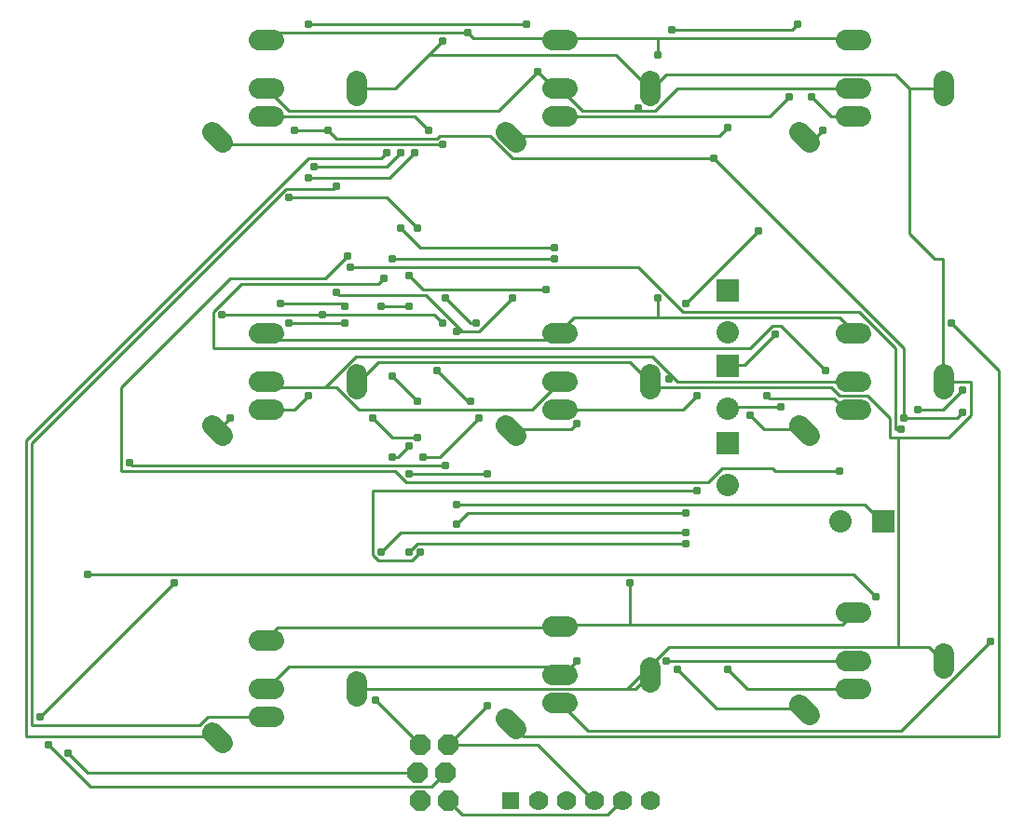
<source format=gbl>
G75*
%MOIN*%
%OFA0B0*%
%FSLAX24Y24*%
%IPPOS*%
%LPD*%
%AMOC8*
5,1,8,0,0,1.08239X$1,22.5*
%
%ADD10R,0.0800X0.0800*%
%ADD11C,0.0800*%
%ADD12R,0.0594X0.0594*%
%ADD13C,0.0700*%
%ADD14OC8,0.0740*%
%ADD15C,0.0720*%
%ADD16C,0.0100*%
%ADD17C,0.0310*%
D10*
X029600Y014127D03*
X029600Y016882D03*
X029600Y019595D03*
X035170Y011312D03*
D11*
X033652Y011312D03*
X029600Y012609D03*
X029600Y015364D03*
X029600Y018077D03*
D12*
X021850Y001312D03*
D13*
X022850Y001312D03*
X023850Y001312D03*
X024850Y001312D03*
X025850Y001312D03*
X026850Y001312D03*
D14*
X019600Y001312D03*
X018600Y001312D03*
X018500Y002312D03*
X019500Y002312D03*
X019600Y003312D03*
X018600Y003312D03*
D15*
X016350Y005047D02*
X016350Y005577D01*
X013365Y005312D02*
X012835Y005312D01*
X012835Y004312D02*
X013365Y004312D01*
X011537Y003375D02*
X011163Y003749D01*
X012835Y007062D02*
X013365Y007062D01*
X021663Y004249D02*
X022037Y003875D01*
X023335Y004812D02*
X023865Y004812D01*
X023865Y005812D02*
X023335Y005812D01*
X023335Y007562D02*
X023865Y007562D01*
X026850Y006077D02*
X026850Y005547D01*
X032163Y004749D02*
X032537Y004375D01*
X033835Y005312D02*
X034365Y005312D01*
X034365Y006312D02*
X033835Y006312D01*
X033835Y008062D02*
X034365Y008062D01*
X037350Y006577D02*
X037350Y006047D01*
X032537Y014375D02*
X032163Y014749D01*
X033835Y015312D02*
X034365Y015312D01*
X034365Y016312D02*
X033835Y016312D01*
X033835Y018062D02*
X034365Y018062D01*
X037350Y016577D02*
X037350Y016047D01*
X026850Y016047D02*
X026850Y016577D01*
X023865Y016312D02*
X023335Y016312D01*
X023335Y015312D02*
X023865Y015312D01*
X022037Y014375D02*
X021663Y014749D01*
X023335Y018062D02*
X023865Y018062D01*
X016350Y016577D02*
X016350Y016047D01*
X013365Y016312D02*
X012835Y016312D01*
X012835Y015312D02*
X013365Y015312D01*
X011537Y014375D02*
X011163Y014749D01*
X012835Y018062D02*
X013365Y018062D01*
X011537Y024875D02*
X011163Y025249D01*
X012835Y025812D02*
X013365Y025812D01*
X013365Y026812D02*
X012835Y026812D01*
X012835Y028562D02*
X013365Y028562D01*
X016350Y027077D02*
X016350Y026547D01*
X021663Y025249D02*
X022037Y024875D01*
X023335Y025812D02*
X023865Y025812D01*
X023865Y026812D02*
X023335Y026812D01*
X023335Y028562D02*
X023865Y028562D01*
X026850Y027077D02*
X026850Y026547D01*
X032163Y025249D02*
X032537Y024875D01*
X033835Y025812D02*
X034365Y025812D01*
X034365Y026812D02*
X033835Y026812D01*
X033835Y028562D02*
X034365Y028562D01*
X037350Y027077D02*
X037350Y026547D01*
D16*
X011300Y003612D02*
X004500Y003612D01*
X004500Y014212D01*
X014600Y024312D01*
X017200Y024312D01*
X017400Y024512D01*
X017400Y024012D02*
X014800Y024012D01*
X014600Y023612D02*
X017500Y023612D01*
X018400Y024512D01*
X017900Y024512D02*
X017400Y024012D01*
X017400Y022912D02*
X013900Y022912D01*
X013800Y023212D02*
X004700Y014112D01*
X004700Y004012D01*
X010700Y004012D01*
X011000Y004312D01*
X013100Y004312D01*
X013100Y005312D02*
X013900Y006112D01*
X023300Y006112D01*
X023600Y005812D01*
X023700Y005812D01*
X024200Y006312D01*
X023600Y007512D02*
X023600Y007562D01*
X023600Y007612D01*
X026100Y007612D01*
X026100Y009112D01*
X026100Y007612D02*
X033700Y007612D01*
X034100Y008012D01*
X034100Y008062D01*
X034900Y008612D02*
X034100Y009412D01*
X006700Y009412D01*
X009800Y009112D02*
X005000Y004312D01*
X005300Y003312D02*
X006800Y001812D01*
X019000Y001812D01*
X019500Y002312D01*
X018500Y002312D02*
X006700Y002312D01*
X006000Y003012D01*
X011300Y003612D02*
X011350Y003562D01*
X013100Y007062D02*
X013100Y007112D01*
X013500Y007512D01*
X023600Y007512D01*
X026000Y005312D02*
X027500Y006812D01*
X035700Y006812D01*
X035700Y014312D01*
X035400Y014312D01*
X035400Y015012D01*
X034600Y015812D01*
X033600Y015812D01*
X033300Y016112D01*
X027100Y016112D01*
X026900Y016312D01*
X026850Y016312D01*
X026800Y016312D01*
X026100Y017012D01*
X017100Y017012D01*
X016400Y016312D01*
X016350Y016312D01*
X015600Y016112D02*
X016400Y015312D01*
X022600Y015312D01*
X023600Y016312D01*
X023600Y015312D02*
X028000Y015312D01*
X028500Y015812D01*
X027800Y016312D02*
X027600Y016512D01*
X027500Y016412D01*
X027600Y016512D02*
X026900Y017212D01*
X016300Y017212D01*
X015200Y016112D01*
X013300Y016112D01*
X013100Y016312D01*
X013100Y015312D02*
X014100Y015312D01*
X014600Y015812D01*
X015200Y016112D02*
X015600Y016112D01*
X016900Y015012D02*
X017600Y014312D01*
X018500Y014312D01*
X018200Y014012D02*
X017800Y013612D01*
X017600Y013612D01*
X017700Y013112D02*
X018100Y012712D01*
X028900Y012712D01*
X029400Y013212D01*
X031200Y013212D01*
X031300Y013112D01*
X033600Y013112D01*
X034500Y011912D02*
X019900Y011912D01*
X020300Y011612D02*
X028100Y011612D01*
X028100Y010912D02*
X017900Y010912D01*
X017200Y010212D01*
X016900Y010112D02*
X017100Y009912D01*
X018300Y009912D01*
X018600Y010212D01*
X018500Y010512D02*
X028100Y010512D01*
X028500Y012412D02*
X016900Y012412D01*
X016900Y010112D01*
X018200Y010212D02*
X018500Y010512D01*
X019900Y011212D02*
X020300Y011612D01*
X021000Y013012D02*
X018200Y013012D01*
X017700Y013112D02*
X007900Y013112D01*
X007900Y016112D01*
X011800Y020012D01*
X015200Y020012D01*
X016000Y020812D01*
X016100Y020412D02*
X026400Y020412D01*
X028000Y018812D01*
X034300Y018812D01*
X035600Y017512D01*
X035600Y014612D01*
X035800Y014612D01*
X035700Y014312D02*
X037500Y014312D01*
X038300Y015112D01*
X038300Y016312D01*
X037350Y016312D01*
X037300Y016312D01*
X037300Y020712D01*
X037000Y020712D01*
X036100Y021612D01*
X036100Y026812D01*
X035600Y027312D01*
X027400Y027312D01*
X026900Y026812D01*
X026850Y026812D01*
X026800Y026812D01*
X025600Y028012D01*
X018900Y028012D01*
X019400Y028512D01*
X018900Y028012D02*
X017700Y026812D01*
X016350Y026812D01*
X015300Y025312D02*
X015600Y025012D01*
X019200Y025012D01*
X019300Y025112D01*
X021100Y025112D01*
X021900Y024312D01*
X029100Y024312D01*
X035900Y017512D01*
X035900Y015012D01*
X037800Y015012D01*
X038000Y015212D01*
X037300Y015312D02*
X036400Y015312D01*
X037300Y015312D02*
X038000Y016012D01*
X039300Y016712D02*
X039300Y003612D01*
X022300Y003612D01*
X021850Y004062D01*
X021000Y004712D02*
X019600Y003312D01*
X022800Y003312D01*
X024800Y001312D01*
X024850Y001312D01*
X025300Y000812D02*
X025800Y001312D01*
X025850Y001312D01*
X025300Y000812D02*
X020100Y000812D01*
X019600Y001312D01*
X018600Y003312D02*
X017000Y004912D01*
X016350Y005312D02*
X026000Y005312D01*
X026300Y005312D01*
X026800Y005812D01*
X026850Y005812D01*
X027400Y006312D02*
X034100Y006312D01*
X034100Y005312D02*
X030300Y005312D01*
X029600Y006012D01*
X029200Y004612D02*
X032300Y004612D01*
X032350Y004562D01*
X029200Y004612D02*
X027800Y006012D01*
X024600Y003812D02*
X023600Y004812D01*
X024600Y003812D02*
X035800Y003812D01*
X039000Y007012D01*
X037350Y006312D02*
X037300Y006312D01*
X036800Y006812D01*
X035700Y006812D01*
X035170Y011312D02*
X035100Y011312D01*
X034500Y011912D01*
X032350Y014562D02*
X032300Y014612D01*
X030900Y014612D01*
X030400Y015112D01*
X029600Y015364D02*
X029600Y015412D01*
X031500Y015412D01*
X031100Y015712D02*
X033400Y015712D01*
X033800Y015312D01*
X034100Y015312D01*
X034100Y016312D02*
X027800Y016312D01*
X029600Y016882D02*
X029600Y016912D01*
X030200Y016912D01*
X031300Y018012D01*
X031200Y018312D02*
X031500Y018312D01*
X033100Y016712D01*
X034100Y018062D02*
X034100Y018112D01*
X033600Y018612D01*
X027100Y018612D01*
X027100Y019312D01*
X027100Y018612D02*
X024100Y018612D01*
X023600Y018112D01*
X023600Y018062D01*
X023600Y018012D01*
X023400Y017812D01*
X013300Y017812D01*
X013100Y018012D01*
X013100Y018062D01*
X013900Y018412D02*
X015900Y018412D01*
X015900Y019012D02*
X015800Y019112D01*
X013600Y019112D01*
X015100Y018712D02*
X019100Y018712D01*
X019400Y018412D01*
X019900Y018112D02*
X020100Y018112D01*
X018800Y019412D01*
X015700Y019412D01*
X015600Y019512D01*
X015100Y018712D02*
X011500Y018712D01*
X011200Y018812D02*
X011200Y017512D01*
X030400Y017512D01*
X031200Y018312D01*
X028100Y019112D02*
X030700Y021712D01*
X029300Y025112D02*
X021900Y025112D01*
X021850Y025062D01*
X021400Y026012D02*
X022800Y027412D01*
X023400Y026812D01*
X023600Y026812D01*
X024400Y026012D01*
X026400Y026012D01*
X026400Y026112D01*
X026400Y026012D02*
X027000Y026012D01*
X027800Y026812D01*
X034100Y026812D01*
X034100Y025812D02*
X033300Y025812D01*
X032600Y026512D01*
X031800Y026512D02*
X031100Y025812D01*
X023600Y025812D01*
X021400Y026012D02*
X013900Y026012D01*
X013100Y026812D01*
X013100Y025812D02*
X018400Y025812D01*
X018900Y025312D01*
X019400Y024812D02*
X011600Y024812D01*
X011350Y025062D01*
X013800Y023212D02*
X015500Y023212D01*
X015600Y023312D01*
X017400Y022912D02*
X018500Y021812D01*
X017900Y021812D02*
X018600Y021112D01*
X023400Y021112D01*
X023400Y020712D02*
X017600Y020712D01*
X018200Y020112D02*
X018700Y019612D01*
X023100Y019612D01*
X021900Y019312D02*
X020700Y018112D01*
X020100Y018112D01*
X020400Y018412D02*
X020600Y018412D01*
X020400Y018412D02*
X019500Y019312D01*
X018200Y019012D02*
X017200Y019012D01*
X017100Y019812D02*
X012200Y019812D01*
X011200Y018812D01*
X011800Y015012D02*
X011350Y014562D01*
X008300Y013312D02*
X019500Y013312D01*
X019300Y013612D02*
X018700Y013612D01*
X019300Y013612D02*
X020700Y015012D01*
X020400Y015612D02*
X020300Y015612D01*
X019200Y016712D01*
X018500Y015612D02*
X017600Y016512D01*
X021850Y014562D02*
X021900Y014612D01*
X024000Y014612D01*
X024200Y014812D01*
X031000Y015812D02*
X031100Y015712D01*
X037600Y018412D02*
X039300Y016712D01*
X032800Y025112D02*
X032400Y025112D01*
X032350Y025062D01*
X032800Y025112D02*
X033000Y025312D01*
X036100Y026812D02*
X037350Y026812D01*
X034100Y028562D02*
X034100Y028612D01*
X027100Y028612D01*
X027100Y028012D01*
X027100Y028612D02*
X023600Y028612D01*
X023600Y028562D01*
X023600Y028612D02*
X020500Y028612D01*
X020300Y028812D01*
X013300Y028812D01*
X013100Y028612D01*
X013100Y028562D01*
X014600Y029112D02*
X022400Y029112D01*
X027600Y028912D02*
X031900Y028912D01*
X032100Y029112D01*
X029600Y025412D02*
X029300Y025112D01*
X017300Y020012D02*
X017100Y019812D01*
X015300Y025312D02*
X014100Y025312D01*
X008200Y013412D02*
X008300Y013312D01*
D17*
X008200Y013412D03*
X011800Y015012D03*
X014600Y015812D03*
X016900Y015012D03*
X018200Y014012D03*
X018500Y014312D03*
X018700Y013612D03*
X018200Y013012D03*
X017600Y013612D03*
X019500Y013312D03*
X021000Y013012D03*
X019900Y011912D03*
X019900Y011212D03*
X018600Y010212D03*
X018200Y010212D03*
X017200Y010212D03*
X020700Y015012D03*
X020400Y015612D03*
X019200Y016712D03*
X018500Y015612D03*
X017600Y016512D03*
X019900Y018112D03*
X019400Y018412D03*
X019500Y019312D03*
X018200Y019012D03*
X017200Y019012D03*
X017300Y020012D03*
X017600Y020712D03*
X018200Y020112D03*
X017900Y021812D03*
X018500Y021812D03*
X016000Y020812D03*
X016100Y020412D03*
X015600Y019512D03*
X015900Y019012D03*
X015900Y018412D03*
X015100Y018712D03*
X013900Y018412D03*
X013600Y019112D03*
X011500Y018712D03*
X013900Y022912D03*
X014600Y023612D03*
X014800Y024012D03*
X015600Y023312D03*
X017400Y024512D03*
X017900Y024512D03*
X018400Y024512D03*
X019400Y024812D03*
X018900Y025312D03*
X019400Y028512D03*
X020300Y028812D03*
X022400Y029112D03*
X022800Y027412D03*
X026400Y026112D03*
X027100Y028012D03*
X027600Y028912D03*
X029600Y025412D03*
X029100Y024312D03*
X031800Y026512D03*
X032600Y026512D03*
X033000Y025312D03*
X032100Y029112D03*
X030700Y021712D03*
X028100Y019112D03*
X027100Y019312D03*
X027500Y016412D03*
X028500Y015812D03*
X030400Y015112D03*
X031000Y015812D03*
X031500Y015412D03*
X033100Y016712D03*
X031300Y018012D03*
X035800Y014612D03*
X035900Y015012D03*
X036400Y015312D03*
X038000Y015212D03*
X038000Y016012D03*
X037600Y018412D03*
X033600Y013112D03*
X028500Y012412D03*
X028100Y011612D03*
X028100Y010912D03*
X028100Y010512D03*
X026100Y009112D03*
X027400Y006312D03*
X027800Y006012D03*
X029600Y006012D03*
X024200Y006312D03*
X021000Y004712D03*
X017000Y004912D03*
X009800Y009112D03*
X006700Y009412D03*
X005000Y004312D03*
X005300Y003312D03*
X006000Y003012D03*
X024200Y014812D03*
X020600Y018412D03*
X021900Y019312D03*
X023100Y019612D03*
X023400Y020712D03*
X023400Y021112D03*
X015300Y025312D03*
X014100Y025312D03*
X014600Y029112D03*
X034900Y008612D03*
X039000Y007012D03*
M02*

</source>
